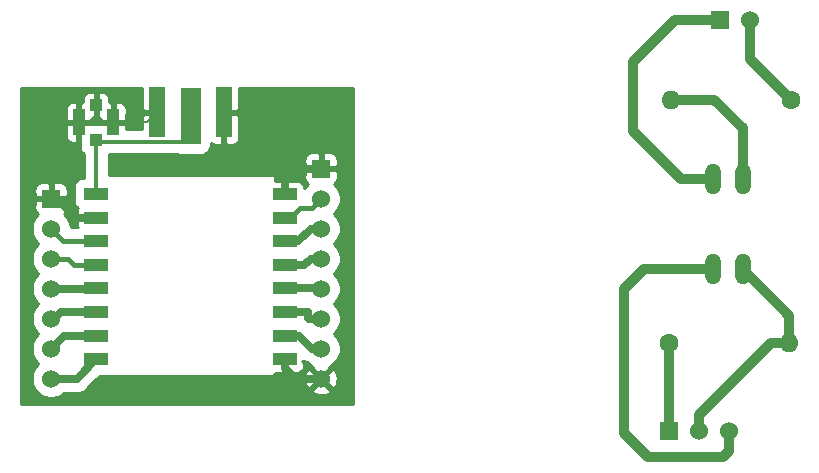
<source format=gbr>
%TF.GenerationSoftware,KiCad,Pcbnew,(5.1.9)-1*%
%TF.CreationDate,2021-02-20T15:56:34+01:00*%
%TF.ProjectId,RFM95_shield_v0_2 + PC814,52464d39-355f-4736-9869-656c645f7630,rev?*%
%TF.SameCoordinates,Original*%
%TF.FileFunction,Copper,L1,Top*%
%TF.FilePolarity,Positive*%
%FSLAX46Y46*%
G04 Gerber Fmt 4.6, Leading zero omitted, Abs format (unit mm)*
G04 Created by KiCad (PCBNEW (5.1.9)-1) date 2021-02-20 15:56:34*
%MOMM*%
%LPD*%
G01*
G04 APERTURE LIST*
%TA.AperFunction,ComponentPad*%
%ADD10C,1.524000*%
%TD*%
%TA.AperFunction,ComponentPad*%
%ADD11R,1.524000X1.524000*%
%TD*%
%TA.AperFunction,ConnectorPad*%
%ADD12R,1.270000X3.600000*%
%TD*%
%TA.AperFunction,ConnectorPad*%
%ADD13R,1.350000X4.199999*%
%TD*%
%TA.AperFunction,ComponentPad*%
%ADD14O,1.600000X1.600000*%
%TD*%
%TA.AperFunction,ComponentPad*%
%ADD15C,1.600000*%
%TD*%
%TA.AperFunction,ComponentPad*%
%ADD16O,1.320800X2.641600*%
%TD*%
%TA.AperFunction,SMDPad,CuDef*%
%ADD17R,0.990600X0.990600*%
%TD*%
%TA.AperFunction,SMDPad,CuDef*%
%ADD18R,0.990600X2.209800*%
%TD*%
%TA.AperFunction,SMDPad,CuDef*%
%ADD19R,1.701800X4.775200*%
%TD*%
%TA.AperFunction,ComponentPad*%
%ADD20C,1.701800*%
%TD*%
%TA.AperFunction,SMDPad,CuDef*%
%ADD21R,2.000000X1.000000*%
%TD*%
%TA.AperFunction,Conductor*%
%ADD22C,0.342900*%
%TD*%
%TA.AperFunction,Conductor*%
%ADD23C,0.860000*%
%TD*%
%TA.AperFunction,Conductor*%
%ADD24C,0.680000*%
%TD*%
%TA.AperFunction,Conductor*%
%ADD25C,0.450000*%
%TD*%
%TA.AperFunction,Conductor*%
%ADD26C,0.174244*%
%TD*%
%TA.AperFunction,Conductor*%
%ADD27C,0.254000*%
%TD*%
%TA.AperFunction,Conductor*%
%ADD28C,0.100000*%
%TD*%
G04 APERTURE END LIST*
D10*
%TO.P,P1,2*%
%TO.N,N/C*%
X179705000Y-84582000D03*
D11*
%TO.P,P1,1*%
X177165000Y-84582000D03*
%TD*%
D12*
%TO.P, ,1*%
%TO.N,N/C*%
X132334000Y-92197000D03*
D13*
%TO.P, ,3*%
%TO.N,/GND*%
X129509000Y-92397000D03*
%TO.P, ,2*%
X135159000Y-92397000D03*
%TD*%
D11*
%TO.P,P2,1*%
%TO.N,N/C*%
X172847000Y-119380000D03*
D10*
%TO.P,P2,2*%
X175387000Y-119380000D03*
%TO.P,P2,3*%
X177927000Y-119380000D03*
%TD*%
D14*
%TO.P,R2,2*%
%TO.N,N/C*%
X183007000Y-111887000D03*
D15*
%TO.P,R2,1*%
X172847000Y-111887000D03*
%TD*%
D16*
%TO.P, ,1*%
%TO.N,N/C*%
X179070000Y-98044000D03*
%TO.P, ,2*%
X176530000Y-98044000D03*
%TO.P, ,3*%
X176530000Y-105664000D03*
%TO.P, ,4*%
X179070000Y-105664000D03*
%TD*%
D15*
%TO.P,R1,1*%
%TO.N,N/C*%
X183134000Y-91313000D03*
D14*
%TO.P,R1,2*%
X172974000Y-91313000D03*
%TD*%
D17*
%TO.P, ,3*%
%TO.N,/GND*%
X124333000Y-91757500D03*
D18*
%TO.P, ,2*%
X122885200Y-93243400D03*
%TO.P, ,4*%
X125780800Y-93243400D03*
D17*
%TO.P, ,1*%
%TO.N,N/C*%
X124333000Y-94729300D03*
%TD*%
D19*
%TO.P, ,1*%
%TO.N,N/C*%
X132334000Y-92710000D03*
D20*
X132334000Y-94234000D03*
%TD*%
D10*
%TO.P, ,7*%
%TO.N,/DIO2*%
X120523000Y-114935000D03*
%TO.P, ,6*%
%TO.N,/DIO1*%
X120523000Y-112395000D03*
%TO.P, ,4*%
%TO.N,/3V3*%
X120523000Y-107315000D03*
%TO.P, ,5*%
%TO.N,/DIO0*%
X120523000Y-109855000D03*
%TO.P, ,3*%
%TO.N,Net-(P1-Pad3)*%
X120523000Y-104775000D03*
%TO.P, ,2*%
%TO.N,Net-(P1-Pad2)*%
X120523000Y-102235000D03*
D11*
%TO.P, ,1*%
%TO.N,/GND*%
X120523000Y-99695000D03*
%TD*%
D10*
%TO.P, ,6*%
%TO.N,/MOSI*%
X143383000Y-109855000D03*
%TO.P, ,4*%
%TO.N,/NSS*%
X143383000Y-104775000D03*
%TO.P, ,3*%
%TO.N,/RST*%
X143383000Y-102235000D03*
%TO.P, ,2*%
%TO.N,Net-(P2-Pad2)*%
X143383000Y-99695000D03*
D11*
%TO.P, ,1*%
%TO.N,/GND*%
X143383000Y-97155000D03*
D10*
%TO.P, ,7*%
%TO.N,/MISO*%
X143383000Y-112395000D03*
%TO.P, ,8*%
%TO.N,/GND*%
X143383000Y-114935000D03*
%TO.P, ,5*%
%TO.N,/SCK*%
X143383000Y-107315000D03*
%TD*%
D21*
%TO.P, ,1*%
%TO.N,/GND*%
X140334000Y-113299000D03*
%TO.P, ,2*%
%TO.N,/MISO*%
X140334000Y-111299000D03*
%TO.P, ,3*%
%TO.N,/MOSI*%
X140334000Y-109299000D03*
%TO.P, ,4*%
%TO.N,/SCK*%
X140334000Y-107299000D03*
%TO.P, ,5*%
%TO.N,/NSS*%
X140334000Y-105299000D03*
%TO.P, ,6*%
%TO.N,/RST*%
X140334000Y-103299000D03*
%TO.P, ,7*%
%TO.N,Net-(P2-Pad2)*%
X140334000Y-101299000D03*
%TO.P, ,8*%
%TO.N,/GND*%
X140334000Y-99299000D03*
%TO.P, ,9*%
%TO.N,Net-(U1-Pad9)*%
X124334000Y-99299000D03*
%TO.P, ,10*%
%TO.N,/GND*%
X124334000Y-101299000D03*
%TO.P, ,11*%
%TO.N,Net-(P1-Pad2)*%
X124334000Y-103299000D03*
%TO.P, ,12*%
%TO.N,Net-(P1-Pad3)*%
X124334000Y-105299000D03*
%TO.P, ,13*%
%TO.N,/3V3*%
X124334000Y-107299000D03*
%TO.P, ,14*%
%TO.N,/DIO0*%
X124334000Y-109299000D03*
%TO.P, ,15*%
%TO.N,/DIO1*%
X124334000Y-111299000D03*
%TO.P, ,16*%
%TO.N,/DIO2*%
X124334000Y-113299000D03*
%TD*%
D22*
%TO.N,*%
X131699000Y-94869000D02*
X124599700Y-94869000D01*
X132334000Y-94234000D02*
X131699000Y-94869000D01*
X132334000Y-94234000D02*
X132334000Y-92710000D01*
D23*
X179705000Y-87884000D02*
X183134000Y-91313000D01*
X179705000Y-84582000D02*
X179705000Y-87884000D01*
X179070000Y-98044000D02*
X179070000Y-93726000D01*
X176657000Y-91313000D02*
X172974000Y-91313000D01*
X179070000Y-93726000D02*
X176657000Y-91313000D01*
X177165000Y-84582000D02*
X173355000Y-84582000D01*
X173355000Y-84582000D02*
X169799000Y-88138000D01*
X169799000Y-88138000D02*
X169799000Y-93980000D01*
X173863000Y-98044000D02*
X176530000Y-98044000D01*
X169799000Y-93980000D02*
X173863000Y-98044000D01*
X183007000Y-109601000D02*
X179070000Y-105664000D01*
X183007000Y-111887000D02*
X183007000Y-109601000D01*
X172847000Y-111887000D02*
X172847000Y-119380000D01*
X176530000Y-105664000D02*
X176530000Y-106426000D01*
X175387000Y-119380000D02*
X175387000Y-117983000D01*
X181483000Y-111887000D02*
X182499000Y-111887000D01*
X175387000Y-117983000D02*
X181483000Y-111887000D01*
X182499000Y-111887000D02*
X183007000Y-111887000D01*
X177927000Y-121031000D02*
X177927000Y-119380000D01*
X177419000Y-121539000D02*
X177927000Y-121031000D01*
X171069000Y-121539000D02*
X177419000Y-121539000D01*
X169037000Y-119507000D02*
X171069000Y-121539000D01*
X170688000Y-105664000D02*
X169037000Y-107315000D01*
X169037000Y-107315000D02*
X169037000Y-119507000D01*
X176530000Y-105664000D02*
X170688000Y-105664000D01*
D24*
%TO.N,/DIO2*%
X122698000Y-114935000D02*
X124334000Y-113299000D01*
X120523000Y-114935000D02*
X122698000Y-114935000D01*
%TO.N,/DIO1*%
X121619000Y-111299000D02*
X124334000Y-111299000D01*
X120523000Y-112395000D02*
X121619000Y-111299000D01*
%TO.N,/3V3*%
X124318000Y-107315000D02*
X124334000Y-107299000D01*
X120523000Y-107315000D02*
X124318000Y-107315000D01*
%TO.N,/DIO0*%
X120523000Y-109855000D02*
X120777000Y-109855000D01*
X121333000Y-109299000D02*
X124334000Y-109299000D01*
X120777000Y-109855000D02*
X121333000Y-109299000D01*
D25*
%TO.N,Net-(P1-Pad3)*%
X120523000Y-104775000D02*
X121920000Y-104775000D01*
X122444000Y-105299000D02*
X124334000Y-105299000D01*
X121920000Y-104775000D02*
X122444000Y-105299000D01*
%TO.N,Net-(P1-Pad2)*%
X120523000Y-102235000D02*
X121539000Y-103251000D01*
X124286000Y-103251000D02*
X124334000Y-103299000D01*
X121539000Y-103251000D02*
X124286000Y-103251000D01*
D24*
%TO.N,/GND*%
X140334000Y-99299000D02*
X140334000Y-98299000D01*
X141478000Y-97155000D02*
X143383000Y-97155000D01*
X140334000Y-98299000D02*
X141478000Y-97155000D01*
X140334000Y-113299000D02*
X140334000Y-114045000D01*
X141224000Y-114935000D02*
X143383000Y-114935000D01*
X140334000Y-114045000D02*
X141224000Y-114935000D01*
X120523000Y-99695000D02*
X121031000Y-99695000D01*
X122635000Y-101299000D02*
X124334000Y-101299000D01*
X121031000Y-99695000D02*
X122635000Y-101299000D01*
D26*
X128662600Y-93243400D02*
X129509000Y-92397000D01*
X125780800Y-93243400D02*
X128662600Y-93243400D01*
D24*
%TO.N,/MOSI*%
X142367000Y-109855000D02*
X143383000Y-109855000D01*
X142288000Y-109776000D02*
X142367000Y-109855000D01*
X142288000Y-109299000D02*
X142288000Y-109776000D01*
X140334000Y-109299000D02*
X142288000Y-109299000D01*
%TO.N,/NSS*%
X140334000Y-105299000D02*
X141970000Y-105299000D01*
X142494000Y-104775000D02*
X143383000Y-104775000D01*
X141970000Y-105299000D02*
X142494000Y-104775000D01*
%TO.N,/RST*%
X140334000Y-103299000D02*
X141430000Y-103299000D01*
X142494000Y-102235000D02*
X143383000Y-102235000D01*
X141430000Y-103299000D02*
X142494000Y-102235000D01*
D25*
%TO.N,Net-(P2-Pad2)*%
X140334000Y-101299000D02*
X140763000Y-101299000D01*
X140763000Y-101299000D02*
X141605000Y-100457000D01*
X142621001Y-100456999D02*
X143383000Y-99695000D01*
X141605000Y-100457000D02*
X142621001Y-100456999D01*
D24*
%TO.N,/MISO*%
X140334000Y-111299000D02*
X141525000Y-111299000D01*
X142621000Y-112395000D02*
X143383000Y-112395000D01*
X141525000Y-111299000D02*
X142621000Y-112395000D01*
%TO.N,/SCK*%
X143367000Y-107299000D02*
X143383000Y-107315000D01*
X140334000Y-107299000D02*
X143367000Y-107299000D01*
D22*
%TO.N,Net-(U1-Pad9)*%
X124334000Y-94730300D02*
X124334000Y-99299000D01*
%TD*%
D27*
%TO.N,/GND*%
X128195928Y-90297001D02*
X128199000Y-92111250D01*
X128357750Y-92270000D01*
X129382000Y-92270000D01*
X129382000Y-92250000D01*
X129636000Y-92250000D01*
X129636000Y-92270000D01*
X129656000Y-92270000D01*
X129656000Y-92524000D01*
X129636000Y-92524000D01*
X129636000Y-92544000D01*
X129382000Y-92544000D01*
X129382000Y-92524000D01*
X128357750Y-92524000D01*
X128199000Y-92682750D01*
X128197094Y-93808550D01*
X126912148Y-93808550D01*
X126911100Y-93529150D01*
X126752350Y-93370400D01*
X125907800Y-93370400D01*
X125907800Y-93390400D01*
X125653800Y-93390400D01*
X125653800Y-93370400D01*
X125043900Y-93370400D01*
X125002574Y-93357864D01*
X124828300Y-93340699D01*
X123837700Y-93340699D01*
X123663426Y-93357864D01*
X123622100Y-93370400D01*
X123012200Y-93370400D01*
X123012200Y-93892798D01*
X122961564Y-94059726D01*
X122944399Y-94234000D01*
X122944399Y-95224600D01*
X122961564Y-95398874D01*
X123012397Y-95566451D01*
X123094947Y-95720891D01*
X123206041Y-95856259D01*
X123273550Y-95911663D01*
X123273551Y-97911653D01*
X123159726Y-97922864D01*
X122992149Y-97973697D01*
X122837709Y-98056247D01*
X122702341Y-98167341D01*
X122591247Y-98302709D01*
X122508697Y-98457149D01*
X122457864Y-98624726D01*
X122440699Y-98799000D01*
X122440699Y-99799000D01*
X122457864Y-99973274D01*
X122508697Y-100140851D01*
X122591247Y-100295291D01*
X122702341Y-100430659D01*
X122777774Y-100492566D01*
X122744498Y-100554820D01*
X122708188Y-100674518D01*
X122695928Y-100799000D01*
X122699000Y-101013250D01*
X122857750Y-101172000D01*
X124207000Y-101172000D01*
X124207000Y-101152000D01*
X124461000Y-101152000D01*
X124461000Y-101172000D01*
X124481000Y-101172000D01*
X124481000Y-101426000D01*
X124461000Y-101426000D01*
X124461000Y-101446000D01*
X124207000Y-101446000D01*
X124207000Y-101426000D01*
X122857750Y-101426000D01*
X122699000Y-101584750D01*
X122695928Y-101799000D01*
X122708188Y-101923482D01*
X122744498Y-102043180D01*
X122777774Y-102105434D01*
X122739311Y-102137000D01*
X122174000Y-102137000D01*
X122174000Y-102072391D01*
X122110553Y-101753421D01*
X121986097Y-101452958D01*
X121805415Y-101182549D01*
X121620536Y-100997670D01*
X121639494Y-100987537D01*
X121736185Y-100908185D01*
X121815537Y-100811494D01*
X121874502Y-100701180D01*
X121910812Y-100581482D01*
X121923072Y-100457000D01*
X121920000Y-99980750D01*
X121761250Y-99822000D01*
X120650000Y-99822000D01*
X120650000Y-99842000D01*
X120396000Y-99842000D01*
X120396000Y-99822000D01*
X119284750Y-99822000D01*
X119126000Y-99980750D01*
X119122928Y-100457000D01*
X119135188Y-100581482D01*
X119171498Y-100701180D01*
X119230463Y-100811494D01*
X119309815Y-100908185D01*
X119406506Y-100987537D01*
X119425464Y-100997670D01*
X119240585Y-101182549D01*
X119059903Y-101452958D01*
X118935447Y-101753421D01*
X118872000Y-102072391D01*
X118872000Y-102397609D01*
X118935447Y-102716579D01*
X119059903Y-103017042D01*
X119240585Y-103287451D01*
X119458134Y-103505000D01*
X119240585Y-103722549D01*
X119059903Y-103992958D01*
X118935447Y-104293421D01*
X118872000Y-104612391D01*
X118872000Y-104937609D01*
X118935447Y-105256579D01*
X119059903Y-105557042D01*
X119240585Y-105827451D01*
X119458134Y-106045000D01*
X119240585Y-106262549D01*
X119059903Y-106532958D01*
X118935447Y-106833421D01*
X118872000Y-107152391D01*
X118872000Y-107477609D01*
X118935447Y-107796579D01*
X119059903Y-108097042D01*
X119240585Y-108367451D01*
X119458134Y-108585000D01*
X119240585Y-108802549D01*
X119059903Y-109072958D01*
X118935447Y-109373421D01*
X118872000Y-109692391D01*
X118872000Y-110017609D01*
X118935447Y-110336579D01*
X119059903Y-110637042D01*
X119240585Y-110907451D01*
X119458134Y-111125000D01*
X119240585Y-111342549D01*
X119059903Y-111612958D01*
X118935447Y-111913421D01*
X118872000Y-112232391D01*
X118872000Y-112557609D01*
X118935447Y-112876579D01*
X119059903Y-113177042D01*
X119240585Y-113447451D01*
X119458134Y-113665000D01*
X119240585Y-113882549D01*
X119059903Y-114152958D01*
X118935447Y-114453421D01*
X118872000Y-114772391D01*
X118872000Y-115097609D01*
X118935447Y-115416579D01*
X119059903Y-115717042D01*
X119240585Y-115987451D01*
X119470549Y-116217415D01*
X119740958Y-116398097D01*
X120041421Y-116522553D01*
X120360391Y-116586000D01*
X120685609Y-116586000D01*
X121004579Y-116522553D01*
X121305042Y-116398097D01*
X121575451Y-116217415D01*
X121628866Y-116164000D01*
X122637631Y-116164000D01*
X122698000Y-116169946D01*
X122758369Y-116164000D01*
X122758371Y-116164000D01*
X122938926Y-116146217D01*
X123170593Y-116075941D01*
X123384099Y-115961820D01*
X123458738Y-115900565D01*
X142597040Y-115900565D01*
X142664020Y-116140656D01*
X142913048Y-116257756D01*
X143180135Y-116324023D01*
X143455017Y-116336910D01*
X143727133Y-116295922D01*
X143986023Y-116202636D01*
X144101980Y-116140656D01*
X144168960Y-115900565D01*
X143383000Y-115114605D01*
X142597040Y-115900565D01*
X123458738Y-115900565D01*
X123571239Y-115808239D01*
X123609731Y-115761336D01*
X124364050Y-115007017D01*
X141981090Y-115007017D01*
X142022078Y-115279133D01*
X142115364Y-115538023D01*
X142177344Y-115653980D01*
X142417435Y-115720960D01*
X143203395Y-114935000D01*
X143562605Y-114935000D01*
X144348565Y-115720960D01*
X144588656Y-115653980D01*
X144705756Y-115404952D01*
X144772023Y-115137865D01*
X144784910Y-114862983D01*
X144743922Y-114590867D01*
X144650636Y-114331977D01*
X144588656Y-114216020D01*
X144348565Y-114149040D01*
X143562605Y-114935000D01*
X143203395Y-114935000D01*
X142417435Y-114149040D01*
X142177344Y-114216020D01*
X142060244Y-114465048D01*
X141993977Y-114732135D01*
X141981090Y-115007017D01*
X124364050Y-115007017D01*
X124678767Y-114692301D01*
X125334000Y-114692301D01*
X125448738Y-114681000D01*
X139319000Y-114681000D01*
X139343776Y-114678560D01*
X139367601Y-114671333D01*
X139389557Y-114659597D01*
X139408803Y-114643803D01*
X139424597Y-114624557D01*
X139436333Y-114602601D01*
X139443560Y-114578776D01*
X139446000Y-114554000D01*
X139446000Y-114436590D01*
X140048250Y-114434000D01*
X140207000Y-114275250D01*
X140207000Y-113426000D01*
X140187000Y-113426000D01*
X140187000Y-113172000D01*
X140207000Y-113172000D01*
X140207000Y-113152000D01*
X140461000Y-113152000D01*
X140461000Y-113172000D01*
X140481000Y-113172000D01*
X140481000Y-113426000D01*
X140461000Y-113426000D01*
X140461000Y-114275250D01*
X140619750Y-114434000D01*
X141334000Y-114437072D01*
X141458482Y-114424812D01*
X141578180Y-114388502D01*
X141688494Y-114329537D01*
X141785185Y-114250185D01*
X141864537Y-114153494D01*
X141923502Y-114043180D01*
X141959812Y-113923482D01*
X141972072Y-113799000D01*
X141969000Y-113584750D01*
X141810252Y-113426002D01*
X141942724Y-113426002D01*
X141982853Y-113447451D01*
X142148407Y-113535941D01*
X142206783Y-113553649D01*
X142330549Y-113677415D01*
X142600958Y-113858097D01*
X142625289Y-113868175D01*
X142597040Y-113969435D01*
X143383000Y-114755395D01*
X144168960Y-113969435D01*
X144140711Y-113868175D01*
X144165042Y-113858097D01*
X144435451Y-113677415D01*
X144665415Y-113447451D01*
X144846097Y-113177042D01*
X144970553Y-112876579D01*
X145034000Y-112557609D01*
X145034000Y-112232391D01*
X144970553Y-111913421D01*
X144846097Y-111612958D01*
X144665415Y-111342549D01*
X144447866Y-111125000D01*
X144665415Y-110907451D01*
X144846097Y-110637042D01*
X144970553Y-110336579D01*
X145034000Y-110017609D01*
X145034000Y-109692391D01*
X144970553Y-109373421D01*
X144846097Y-109072958D01*
X144665415Y-108802549D01*
X144447866Y-108585000D01*
X144665415Y-108367451D01*
X144846097Y-108097042D01*
X144970553Y-107796579D01*
X145034000Y-107477609D01*
X145034000Y-107152391D01*
X144970553Y-106833421D01*
X144846097Y-106532958D01*
X144665415Y-106262549D01*
X144447866Y-106045000D01*
X144665415Y-105827451D01*
X144846097Y-105557042D01*
X144970553Y-105256579D01*
X145034000Y-104937609D01*
X145034000Y-104612391D01*
X144970553Y-104293421D01*
X144846097Y-103992958D01*
X144665415Y-103722549D01*
X144447866Y-103505000D01*
X144665415Y-103287451D01*
X144846097Y-103017042D01*
X144970553Y-102716579D01*
X145034000Y-102397609D01*
X145034000Y-102072391D01*
X144970553Y-101753421D01*
X144846097Y-101452958D01*
X144665415Y-101182549D01*
X144447866Y-100965000D01*
X144665415Y-100747451D01*
X144846097Y-100477042D01*
X144970553Y-100176579D01*
X145034000Y-99857609D01*
X145034000Y-99532391D01*
X144970553Y-99213421D01*
X144846097Y-98912958D01*
X144665415Y-98642549D01*
X144480536Y-98457670D01*
X144499494Y-98447537D01*
X144596185Y-98368185D01*
X144675537Y-98271494D01*
X144734502Y-98161180D01*
X144770812Y-98041482D01*
X144783072Y-97917000D01*
X144780000Y-97440750D01*
X144621250Y-97282000D01*
X143510000Y-97282000D01*
X143510000Y-97302000D01*
X143256000Y-97302000D01*
X143256000Y-97282000D01*
X142144750Y-97282000D01*
X141986000Y-97440750D01*
X141982928Y-97917000D01*
X141995188Y-98041482D01*
X142031498Y-98161180D01*
X142090463Y-98271494D01*
X142169815Y-98368185D01*
X142266506Y-98447537D01*
X142285464Y-98457670D01*
X142100585Y-98642549D01*
X141971546Y-98835669D01*
X141972072Y-98799000D01*
X141959812Y-98674518D01*
X141923502Y-98554820D01*
X141864537Y-98444506D01*
X141785185Y-98347815D01*
X141688494Y-98268463D01*
X141578180Y-98209498D01*
X141458482Y-98173188D01*
X141334000Y-98160928D01*
X140619750Y-98164000D01*
X140461000Y-98322750D01*
X140461000Y-99172000D01*
X140481000Y-99172000D01*
X140481000Y-99426000D01*
X140461000Y-99426000D01*
X140461000Y-99446000D01*
X140207000Y-99446000D01*
X140207000Y-99426000D01*
X140187000Y-99426000D01*
X140187000Y-99172000D01*
X140207000Y-99172000D01*
X140207000Y-98322750D01*
X140048250Y-98164000D01*
X139446000Y-98161410D01*
X139446000Y-97790000D01*
X139443560Y-97765224D01*
X139436333Y-97741399D01*
X139424597Y-97719443D01*
X139408803Y-97700197D01*
X139389557Y-97684403D01*
X139367601Y-97672667D01*
X139343776Y-97665440D01*
X139319000Y-97663000D01*
X125394450Y-97663000D01*
X125394450Y-96393000D01*
X141982928Y-96393000D01*
X141986000Y-96869250D01*
X142144750Y-97028000D01*
X143256000Y-97028000D01*
X143256000Y-95916750D01*
X143510000Y-95916750D01*
X143510000Y-97028000D01*
X144621250Y-97028000D01*
X144780000Y-96869250D01*
X144783072Y-96393000D01*
X144770812Y-96268518D01*
X144734502Y-96148820D01*
X144675537Y-96038506D01*
X144596185Y-95941815D01*
X144499494Y-95862463D01*
X144389180Y-95803498D01*
X144269482Y-95767188D01*
X144145000Y-95754928D01*
X143668750Y-95758000D01*
X143510000Y-95916750D01*
X143256000Y-95916750D01*
X143097250Y-95758000D01*
X142621000Y-95754928D01*
X142496518Y-95767188D01*
X142376820Y-95803498D01*
X142266506Y-95862463D01*
X142169815Y-95941815D01*
X142090463Y-96038506D01*
X142031498Y-96148820D01*
X141995188Y-96268518D01*
X141982928Y-96393000D01*
X125394450Y-96393000D01*
X125394450Y-95929450D01*
X131162832Y-95929450D01*
X131308826Y-95973736D01*
X131483100Y-95990901D01*
X133184900Y-95990901D01*
X133359174Y-95973736D01*
X133526751Y-95922903D01*
X133681191Y-95840353D01*
X133816559Y-95729259D01*
X133927653Y-95593891D01*
X134010203Y-95439451D01*
X134061036Y-95271874D01*
X134078201Y-95097600D01*
X134078201Y-94985431D01*
X134129506Y-95027536D01*
X134239820Y-95086501D01*
X134359518Y-95122811D01*
X134484000Y-95135071D01*
X134873250Y-95131999D01*
X135032000Y-94973249D01*
X135032000Y-92524000D01*
X135286000Y-92524000D01*
X135286000Y-94973249D01*
X135444750Y-95131999D01*
X135834000Y-95135071D01*
X135958482Y-95122811D01*
X136078180Y-95086501D01*
X136188494Y-95027536D01*
X136285185Y-94948184D01*
X136364537Y-94851493D01*
X136423502Y-94741179D01*
X136459812Y-94621481D01*
X136472072Y-94496999D01*
X136469000Y-92682750D01*
X136310250Y-92524000D01*
X135286000Y-92524000D01*
X135032000Y-92524000D01*
X135012000Y-92524000D01*
X135012000Y-92270000D01*
X135032000Y-92270000D01*
X135032000Y-92250000D01*
X135286000Y-92250000D01*
X135286000Y-92270000D01*
X136310250Y-92270000D01*
X136469000Y-92111250D01*
X136472072Y-90297001D01*
X136472072Y-90297000D01*
X146050000Y-90297000D01*
X146050000Y-117094000D01*
X117983000Y-117094000D01*
X117983000Y-98933000D01*
X119122928Y-98933000D01*
X119126000Y-99409250D01*
X119284750Y-99568000D01*
X120396000Y-99568000D01*
X120396000Y-98456750D01*
X120650000Y-98456750D01*
X120650000Y-99568000D01*
X121761250Y-99568000D01*
X121920000Y-99409250D01*
X121923072Y-98933000D01*
X121910812Y-98808518D01*
X121874502Y-98688820D01*
X121815537Y-98578506D01*
X121736185Y-98481815D01*
X121639494Y-98402463D01*
X121529180Y-98343498D01*
X121409482Y-98307188D01*
X121285000Y-98294928D01*
X120808750Y-98298000D01*
X120650000Y-98456750D01*
X120396000Y-98456750D01*
X120237250Y-98298000D01*
X119761000Y-98294928D01*
X119636518Y-98307188D01*
X119516820Y-98343498D01*
X119406506Y-98402463D01*
X119309815Y-98481815D01*
X119230463Y-98578506D01*
X119171498Y-98688820D01*
X119135188Y-98808518D01*
X119122928Y-98933000D01*
X117983000Y-98933000D01*
X117983000Y-94348300D01*
X121751828Y-94348300D01*
X121764088Y-94472782D01*
X121800398Y-94592480D01*
X121859363Y-94702794D01*
X121938715Y-94799485D01*
X122035406Y-94878837D01*
X122145720Y-94937802D01*
X122265418Y-94974112D01*
X122389900Y-94986372D01*
X122599450Y-94983300D01*
X122758200Y-94824550D01*
X122758200Y-93370400D01*
X121913650Y-93370400D01*
X121754900Y-93529150D01*
X121751828Y-94348300D01*
X117983000Y-94348300D01*
X117983000Y-92138500D01*
X121751828Y-92138500D01*
X121754900Y-92957650D01*
X121913650Y-93116400D01*
X122758200Y-93116400D01*
X122758200Y-91662250D01*
X123012200Y-91662250D01*
X123012200Y-93116400D01*
X123856750Y-93116400D01*
X124015500Y-92957650D01*
X124015760Y-92888262D01*
X124047250Y-92887800D01*
X124206000Y-92729050D01*
X124206000Y-91884500D01*
X124186000Y-91884500D01*
X124186000Y-91630500D01*
X124206000Y-91630500D01*
X124206000Y-90785950D01*
X124460000Y-90785950D01*
X124460000Y-91630500D01*
X124480000Y-91630500D01*
X124480000Y-91884500D01*
X124460000Y-91884500D01*
X124460000Y-92729050D01*
X124618750Y-92887800D01*
X124650240Y-92888262D01*
X124650500Y-92957650D01*
X124809250Y-93116400D01*
X125653800Y-93116400D01*
X125653800Y-91662250D01*
X125907800Y-91662250D01*
X125907800Y-93116400D01*
X126752350Y-93116400D01*
X126911100Y-92957650D01*
X126914172Y-92138500D01*
X126901912Y-92014018D01*
X126865602Y-91894320D01*
X126806637Y-91784006D01*
X126727285Y-91687315D01*
X126630594Y-91607963D01*
X126520280Y-91548998D01*
X126400582Y-91512688D01*
X126276100Y-91500428D01*
X126066550Y-91503500D01*
X125907800Y-91662250D01*
X125653800Y-91662250D01*
X125495050Y-91503500D01*
X125432467Y-91502583D01*
X125463300Y-91471750D01*
X125466372Y-91262200D01*
X125454112Y-91137718D01*
X125417802Y-91018020D01*
X125358837Y-90907706D01*
X125279485Y-90811015D01*
X125182794Y-90731663D01*
X125072480Y-90672698D01*
X124952782Y-90636388D01*
X124828300Y-90624128D01*
X124618750Y-90627200D01*
X124460000Y-90785950D01*
X124206000Y-90785950D01*
X124047250Y-90627200D01*
X123837700Y-90624128D01*
X123713218Y-90636388D01*
X123593520Y-90672698D01*
X123483206Y-90731663D01*
X123386515Y-90811015D01*
X123307163Y-90907706D01*
X123248198Y-91018020D01*
X123211888Y-91137718D01*
X123199628Y-91262200D01*
X123202700Y-91471750D01*
X123233533Y-91502583D01*
X123170950Y-91503500D01*
X123012200Y-91662250D01*
X122758200Y-91662250D01*
X122599450Y-91503500D01*
X122389900Y-91500428D01*
X122265418Y-91512688D01*
X122145720Y-91548998D01*
X122035406Y-91607963D01*
X121938715Y-91687315D01*
X121859363Y-91784006D01*
X121800398Y-91894320D01*
X121764088Y-92014018D01*
X121751828Y-92138500D01*
X117983000Y-92138500D01*
X117983000Y-90297000D01*
X128195928Y-90297000D01*
X128195928Y-90297001D01*
%TA.AperFunction,Conductor*%
D28*
G36*
X128195928Y-90297001D02*
G01*
X128199000Y-92111250D01*
X128357750Y-92270000D01*
X129382000Y-92270000D01*
X129382000Y-92250000D01*
X129636000Y-92250000D01*
X129636000Y-92270000D01*
X129656000Y-92270000D01*
X129656000Y-92524000D01*
X129636000Y-92524000D01*
X129636000Y-92544000D01*
X129382000Y-92544000D01*
X129382000Y-92524000D01*
X128357750Y-92524000D01*
X128199000Y-92682750D01*
X128197094Y-93808550D01*
X126912148Y-93808550D01*
X126911100Y-93529150D01*
X126752350Y-93370400D01*
X125907800Y-93370400D01*
X125907800Y-93390400D01*
X125653800Y-93390400D01*
X125653800Y-93370400D01*
X125043900Y-93370400D01*
X125002574Y-93357864D01*
X124828300Y-93340699D01*
X123837700Y-93340699D01*
X123663426Y-93357864D01*
X123622100Y-93370400D01*
X123012200Y-93370400D01*
X123012200Y-93892798D01*
X122961564Y-94059726D01*
X122944399Y-94234000D01*
X122944399Y-95224600D01*
X122961564Y-95398874D01*
X123012397Y-95566451D01*
X123094947Y-95720891D01*
X123206041Y-95856259D01*
X123273550Y-95911663D01*
X123273551Y-97911653D01*
X123159726Y-97922864D01*
X122992149Y-97973697D01*
X122837709Y-98056247D01*
X122702341Y-98167341D01*
X122591247Y-98302709D01*
X122508697Y-98457149D01*
X122457864Y-98624726D01*
X122440699Y-98799000D01*
X122440699Y-99799000D01*
X122457864Y-99973274D01*
X122508697Y-100140851D01*
X122591247Y-100295291D01*
X122702341Y-100430659D01*
X122777774Y-100492566D01*
X122744498Y-100554820D01*
X122708188Y-100674518D01*
X122695928Y-100799000D01*
X122699000Y-101013250D01*
X122857750Y-101172000D01*
X124207000Y-101172000D01*
X124207000Y-101152000D01*
X124461000Y-101152000D01*
X124461000Y-101172000D01*
X124481000Y-101172000D01*
X124481000Y-101426000D01*
X124461000Y-101426000D01*
X124461000Y-101446000D01*
X124207000Y-101446000D01*
X124207000Y-101426000D01*
X122857750Y-101426000D01*
X122699000Y-101584750D01*
X122695928Y-101799000D01*
X122708188Y-101923482D01*
X122744498Y-102043180D01*
X122777774Y-102105434D01*
X122739311Y-102137000D01*
X122174000Y-102137000D01*
X122174000Y-102072391D01*
X122110553Y-101753421D01*
X121986097Y-101452958D01*
X121805415Y-101182549D01*
X121620536Y-100997670D01*
X121639494Y-100987537D01*
X121736185Y-100908185D01*
X121815537Y-100811494D01*
X121874502Y-100701180D01*
X121910812Y-100581482D01*
X121923072Y-100457000D01*
X121920000Y-99980750D01*
X121761250Y-99822000D01*
X120650000Y-99822000D01*
X120650000Y-99842000D01*
X120396000Y-99842000D01*
X120396000Y-99822000D01*
X119284750Y-99822000D01*
X119126000Y-99980750D01*
X119122928Y-100457000D01*
X119135188Y-100581482D01*
X119171498Y-100701180D01*
X119230463Y-100811494D01*
X119309815Y-100908185D01*
X119406506Y-100987537D01*
X119425464Y-100997670D01*
X119240585Y-101182549D01*
X119059903Y-101452958D01*
X118935447Y-101753421D01*
X118872000Y-102072391D01*
X118872000Y-102397609D01*
X118935447Y-102716579D01*
X119059903Y-103017042D01*
X119240585Y-103287451D01*
X119458134Y-103505000D01*
X119240585Y-103722549D01*
X119059903Y-103992958D01*
X118935447Y-104293421D01*
X118872000Y-104612391D01*
X118872000Y-104937609D01*
X118935447Y-105256579D01*
X119059903Y-105557042D01*
X119240585Y-105827451D01*
X119458134Y-106045000D01*
X119240585Y-106262549D01*
X119059903Y-106532958D01*
X118935447Y-106833421D01*
X118872000Y-107152391D01*
X118872000Y-107477609D01*
X118935447Y-107796579D01*
X119059903Y-108097042D01*
X119240585Y-108367451D01*
X119458134Y-108585000D01*
X119240585Y-108802549D01*
X119059903Y-109072958D01*
X118935447Y-109373421D01*
X118872000Y-109692391D01*
X118872000Y-110017609D01*
X118935447Y-110336579D01*
X119059903Y-110637042D01*
X119240585Y-110907451D01*
X119458134Y-111125000D01*
X119240585Y-111342549D01*
X119059903Y-111612958D01*
X118935447Y-111913421D01*
X118872000Y-112232391D01*
X118872000Y-112557609D01*
X118935447Y-112876579D01*
X119059903Y-113177042D01*
X119240585Y-113447451D01*
X119458134Y-113665000D01*
X119240585Y-113882549D01*
X119059903Y-114152958D01*
X118935447Y-114453421D01*
X118872000Y-114772391D01*
X118872000Y-115097609D01*
X118935447Y-115416579D01*
X119059903Y-115717042D01*
X119240585Y-115987451D01*
X119470549Y-116217415D01*
X119740958Y-116398097D01*
X120041421Y-116522553D01*
X120360391Y-116586000D01*
X120685609Y-116586000D01*
X121004579Y-116522553D01*
X121305042Y-116398097D01*
X121575451Y-116217415D01*
X121628866Y-116164000D01*
X122637631Y-116164000D01*
X122698000Y-116169946D01*
X122758369Y-116164000D01*
X122758371Y-116164000D01*
X122938926Y-116146217D01*
X123170593Y-116075941D01*
X123384099Y-115961820D01*
X123458738Y-115900565D01*
X142597040Y-115900565D01*
X142664020Y-116140656D01*
X142913048Y-116257756D01*
X143180135Y-116324023D01*
X143455017Y-116336910D01*
X143727133Y-116295922D01*
X143986023Y-116202636D01*
X144101980Y-116140656D01*
X144168960Y-115900565D01*
X143383000Y-115114605D01*
X142597040Y-115900565D01*
X123458738Y-115900565D01*
X123571239Y-115808239D01*
X123609731Y-115761336D01*
X124364050Y-115007017D01*
X141981090Y-115007017D01*
X142022078Y-115279133D01*
X142115364Y-115538023D01*
X142177344Y-115653980D01*
X142417435Y-115720960D01*
X143203395Y-114935000D01*
X143562605Y-114935000D01*
X144348565Y-115720960D01*
X144588656Y-115653980D01*
X144705756Y-115404952D01*
X144772023Y-115137865D01*
X144784910Y-114862983D01*
X144743922Y-114590867D01*
X144650636Y-114331977D01*
X144588656Y-114216020D01*
X144348565Y-114149040D01*
X143562605Y-114935000D01*
X143203395Y-114935000D01*
X142417435Y-114149040D01*
X142177344Y-114216020D01*
X142060244Y-114465048D01*
X141993977Y-114732135D01*
X141981090Y-115007017D01*
X124364050Y-115007017D01*
X124678767Y-114692301D01*
X125334000Y-114692301D01*
X125448738Y-114681000D01*
X139319000Y-114681000D01*
X139343776Y-114678560D01*
X139367601Y-114671333D01*
X139389557Y-114659597D01*
X139408803Y-114643803D01*
X139424597Y-114624557D01*
X139436333Y-114602601D01*
X139443560Y-114578776D01*
X139446000Y-114554000D01*
X139446000Y-114436590D01*
X140048250Y-114434000D01*
X140207000Y-114275250D01*
X140207000Y-113426000D01*
X140187000Y-113426000D01*
X140187000Y-113172000D01*
X140207000Y-113172000D01*
X140207000Y-113152000D01*
X140461000Y-113152000D01*
X140461000Y-113172000D01*
X140481000Y-113172000D01*
X140481000Y-113426000D01*
X140461000Y-113426000D01*
X140461000Y-114275250D01*
X140619750Y-114434000D01*
X141334000Y-114437072D01*
X141458482Y-114424812D01*
X141578180Y-114388502D01*
X141688494Y-114329537D01*
X141785185Y-114250185D01*
X141864537Y-114153494D01*
X141923502Y-114043180D01*
X141959812Y-113923482D01*
X141972072Y-113799000D01*
X141969000Y-113584750D01*
X141810252Y-113426002D01*
X141942724Y-113426002D01*
X141982853Y-113447451D01*
X142148407Y-113535941D01*
X142206783Y-113553649D01*
X142330549Y-113677415D01*
X142600958Y-113858097D01*
X142625289Y-113868175D01*
X142597040Y-113969435D01*
X143383000Y-114755395D01*
X144168960Y-113969435D01*
X144140711Y-113868175D01*
X144165042Y-113858097D01*
X144435451Y-113677415D01*
X144665415Y-113447451D01*
X144846097Y-113177042D01*
X144970553Y-112876579D01*
X145034000Y-112557609D01*
X145034000Y-112232391D01*
X144970553Y-111913421D01*
X144846097Y-111612958D01*
X144665415Y-111342549D01*
X144447866Y-111125000D01*
X144665415Y-110907451D01*
X144846097Y-110637042D01*
X144970553Y-110336579D01*
X145034000Y-110017609D01*
X145034000Y-109692391D01*
X144970553Y-109373421D01*
X144846097Y-109072958D01*
X144665415Y-108802549D01*
X144447866Y-108585000D01*
X144665415Y-108367451D01*
X144846097Y-108097042D01*
X144970553Y-107796579D01*
X145034000Y-107477609D01*
X145034000Y-107152391D01*
X144970553Y-106833421D01*
X144846097Y-106532958D01*
X144665415Y-106262549D01*
X144447866Y-106045000D01*
X144665415Y-105827451D01*
X144846097Y-105557042D01*
X144970553Y-105256579D01*
X145034000Y-104937609D01*
X145034000Y-104612391D01*
X144970553Y-104293421D01*
X144846097Y-103992958D01*
X144665415Y-103722549D01*
X144447866Y-103505000D01*
X144665415Y-103287451D01*
X144846097Y-103017042D01*
X144970553Y-102716579D01*
X145034000Y-102397609D01*
X145034000Y-102072391D01*
X144970553Y-101753421D01*
X144846097Y-101452958D01*
X144665415Y-101182549D01*
X144447866Y-100965000D01*
X144665415Y-100747451D01*
X144846097Y-100477042D01*
X144970553Y-100176579D01*
X145034000Y-99857609D01*
X145034000Y-99532391D01*
X144970553Y-99213421D01*
X144846097Y-98912958D01*
X144665415Y-98642549D01*
X144480536Y-98457670D01*
X144499494Y-98447537D01*
X144596185Y-98368185D01*
X144675537Y-98271494D01*
X144734502Y-98161180D01*
X144770812Y-98041482D01*
X144783072Y-97917000D01*
X144780000Y-97440750D01*
X144621250Y-97282000D01*
X143510000Y-97282000D01*
X143510000Y-97302000D01*
X143256000Y-97302000D01*
X143256000Y-97282000D01*
X142144750Y-97282000D01*
X141986000Y-97440750D01*
X141982928Y-97917000D01*
X141995188Y-98041482D01*
X142031498Y-98161180D01*
X142090463Y-98271494D01*
X142169815Y-98368185D01*
X142266506Y-98447537D01*
X142285464Y-98457670D01*
X142100585Y-98642549D01*
X141971546Y-98835669D01*
X141972072Y-98799000D01*
X141959812Y-98674518D01*
X141923502Y-98554820D01*
X141864537Y-98444506D01*
X141785185Y-98347815D01*
X141688494Y-98268463D01*
X141578180Y-98209498D01*
X141458482Y-98173188D01*
X141334000Y-98160928D01*
X140619750Y-98164000D01*
X140461000Y-98322750D01*
X140461000Y-99172000D01*
X140481000Y-99172000D01*
X140481000Y-99426000D01*
X140461000Y-99426000D01*
X140461000Y-99446000D01*
X140207000Y-99446000D01*
X140207000Y-99426000D01*
X140187000Y-99426000D01*
X140187000Y-99172000D01*
X140207000Y-99172000D01*
X140207000Y-98322750D01*
X140048250Y-98164000D01*
X139446000Y-98161410D01*
X139446000Y-97790000D01*
X139443560Y-97765224D01*
X139436333Y-97741399D01*
X139424597Y-97719443D01*
X139408803Y-97700197D01*
X139389557Y-97684403D01*
X139367601Y-97672667D01*
X139343776Y-97665440D01*
X139319000Y-97663000D01*
X125394450Y-97663000D01*
X125394450Y-96393000D01*
X141982928Y-96393000D01*
X141986000Y-96869250D01*
X142144750Y-97028000D01*
X143256000Y-97028000D01*
X143256000Y-95916750D01*
X143510000Y-95916750D01*
X143510000Y-97028000D01*
X144621250Y-97028000D01*
X144780000Y-96869250D01*
X144783072Y-96393000D01*
X144770812Y-96268518D01*
X144734502Y-96148820D01*
X144675537Y-96038506D01*
X144596185Y-95941815D01*
X144499494Y-95862463D01*
X144389180Y-95803498D01*
X144269482Y-95767188D01*
X144145000Y-95754928D01*
X143668750Y-95758000D01*
X143510000Y-95916750D01*
X143256000Y-95916750D01*
X143097250Y-95758000D01*
X142621000Y-95754928D01*
X142496518Y-95767188D01*
X142376820Y-95803498D01*
X142266506Y-95862463D01*
X142169815Y-95941815D01*
X142090463Y-96038506D01*
X142031498Y-96148820D01*
X141995188Y-96268518D01*
X141982928Y-96393000D01*
X125394450Y-96393000D01*
X125394450Y-95929450D01*
X131162832Y-95929450D01*
X131308826Y-95973736D01*
X131483100Y-95990901D01*
X133184900Y-95990901D01*
X133359174Y-95973736D01*
X133526751Y-95922903D01*
X133681191Y-95840353D01*
X133816559Y-95729259D01*
X133927653Y-95593891D01*
X134010203Y-95439451D01*
X134061036Y-95271874D01*
X134078201Y-95097600D01*
X134078201Y-94985431D01*
X134129506Y-95027536D01*
X134239820Y-95086501D01*
X134359518Y-95122811D01*
X134484000Y-95135071D01*
X134873250Y-95131999D01*
X135032000Y-94973249D01*
X135032000Y-92524000D01*
X135286000Y-92524000D01*
X135286000Y-94973249D01*
X135444750Y-95131999D01*
X135834000Y-95135071D01*
X135958482Y-95122811D01*
X136078180Y-95086501D01*
X136188494Y-95027536D01*
X136285185Y-94948184D01*
X136364537Y-94851493D01*
X136423502Y-94741179D01*
X136459812Y-94621481D01*
X136472072Y-94496999D01*
X136469000Y-92682750D01*
X136310250Y-92524000D01*
X135286000Y-92524000D01*
X135032000Y-92524000D01*
X135012000Y-92524000D01*
X135012000Y-92270000D01*
X135032000Y-92270000D01*
X135032000Y-92250000D01*
X135286000Y-92250000D01*
X135286000Y-92270000D01*
X136310250Y-92270000D01*
X136469000Y-92111250D01*
X136472072Y-90297001D01*
X136472072Y-90297000D01*
X146050000Y-90297000D01*
X146050000Y-117094000D01*
X117983000Y-117094000D01*
X117983000Y-98933000D01*
X119122928Y-98933000D01*
X119126000Y-99409250D01*
X119284750Y-99568000D01*
X120396000Y-99568000D01*
X120396000Y-98456750D01*
X120650000Y-98456750D01*
X120650000Y-99568000D01*
X121761250Y-99568000D01*
X121920000Y-99409250D01*
X121923072Y-98933000D01*
X121910812Y-98808518D01*
X121874502Y-98688820D01*
X121815537Y-98578506D01*
X121736185Y-98481815D01*
X121639494Y-98402463D01*
X121529180Y-98343498D01*
X121409482Y-98307188D01*
X121285000Y-98294928D01*
X120808750Y-98298000D01*
X120650000Y-98456750D01*
X120396000Y-98456750D01*
X120237250Y-98298000D01*
X119761000Y-98294928D01*
X119636518Y-98307188D01*
X119516820Y-98343498D01*
X119406506Y-98402463D01*
X119309815Y-98481815D01*
X119230463Y-98578506D01*
X119171498Y-98688820D01*
X119135188Y-98808518D01*
X119122928Y-98933000D01*
X117983000Y-98933000D01*
X117983000Y-94348300D01*
X121751828Y-94348300D01*
X121764088Y-94472782D01*
X121800398Y-94592480D01*
X121859363Y-94702794D01*
X121938715Y-94799485D01*
X122035406Y-94878837D01*
X122145720Y-94937802D01*
X122265418Y-94974112D01*
X122389900Y-94986372D01*
X122599450Y-94983300D01*
X122758200Y-94824550D01*
X122758200Y-93370400D01*
X121913650Y-93370400D01*
X121754900Y-93529150D01*
X121751828Y-94348300D01*
X117983000Y-94348300D01*
X117983000Y-92138500D01*
X121751828Y-92138500D01*
X121754900Y-92957650D01*
X121913650Y-93116400D01*
X122758200Y-93116400D01*
X122758200Y-91662250D01*
X123012200Y-91662250D01*
X123012200Y-93116400D01*
X123856750Y-93116400D01*
X124015500Y-92957650D01*
X124015760Y-92888262D01*
X124047250Y-92887800D01*
X124206000Y-92729050D01*
X124206000Y-91884500D01*
X124186000Y-91884500D01*
X124186000Y-91630500D01*
X124206000Y-91630500D01*
X124206000Y-90785950D01*
X124460000Y-90785950D01*
X124460000Y-91630500D01*
X124480000Y-91630500D01*
X124480000Y-91884500D01*
X124460000Y-91884500D01*
X124460000Y-92729050D01*
X124618750Y-92887800D01*
X124650240Y-92888262D01*
X124650500Y-92957650D01*
X124809250Y-93116400D01*
X125653800Y-93116400D01*
X125653800Y-91662250D01*
X125907800Y-91662250D01*
X125907800Y-93116400D01*
X126752350Y-93116400D01*
X126911100Y-92957650D01*
X126914172Y-92138500D01*
X126901912Y-92014018D01*
X126865602Y-91894320D01*
X126806637Y-91784006D01*
X126727285Y-91687315D01*
X126630594Y-91607963D01*
X126520280Y-91548998D01*
X126400582Y-91512688D01*
X126276100Y-91500428D01*
X126066550Y-91503500D01*
X125907800Y-91662250D01*
X125653800Y-91662250D01*
X125495050Y-91503500D01*
X125432467Y-91502583D01*
X125463300Y-91471750D01*
X125466372Y-91262200D01*
X125454112Y-91137718D01*
X125417802Y-91018020D01*
X125358837Y-90907706D01*
X125279485Y-90811015D01*
X125182794Y-90731663D01*
X125072480Y-90672698D01*
X124952782Y-90636388D01*
X124828300Y-90624128D01*
X124618750Y-90627200D01*
X124460000Y-90785950D01*
X124206000Y-90785950D01*
X124047250Y-90627200D01*
X123837700Y-90624128D01*
X123713218Y-90636388D01*
X123593520Y-90672698D01*
X123483206Y-90731663D01*
X123386515Y-90811015D01*
X123307163Y-90907706D01*
X123248198Y-91018020D01*
X123211888Y-91137718D01*
X123199628Y-91262200D01*
X123202700Y-91471750D01*
X123233533Y-91502583D01*
X123170950Y-91503500D01*
X123012200Y-91662250D01*
X122758200Y-91662250D01*
X122599450Y-91503500D01*
X122389900Y-91500428D01*
X122265418Y-91512688D01*
X122145720Y-91548998D01*
X122035406Y-91607963D01*
X121938715Y-91687315D01*
X121859363Y-91784006D01*
X121800398Y-91894320D01*
X121764088Y-92014018D01*
X121751828Y-92138500D01*
X117983000Y-92138500D01*
X117983000Y-90297000D01*
X128195928Y-90297000D01*
X128195928Y-90297001D01*
G37*
%TD.AperFunction*%
%TD*%
M02*

</source>
